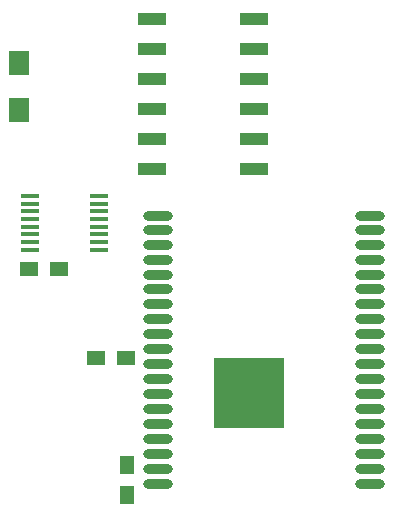
<source format=gbp>
G04 #@! TF.FileFunction,Paste,Bot*
%FSLAX46Y46*%
G04 Gerber Fmt 4.6, Leading zero omitted, Abs format (unit mm)*
G04 Created by KiCad (PCBNEW 4.0.6) date 10/19/17 05:59:14*
%MOMM*%
%LPD*%
G01*
G04 APERTURE LIST*
%ADD10C,0.100000*%
%ADD11O,2.500000X0.900000*%
%ADD12R,6.000000X6.000000*%
%ADD13R,1.250000X1.500000*%
%ADD14R,1.500000X1.250000*%
%ADD15R,1.700000X2.000000*%
%ADD16R,1.500000X0.450000*%
%ADD17R,2.440000X1.120000*%
G04 APERTURE END LIST*
D10*
D11*
X198734000Y-130726000D03*
X198734000Y-129456000D03*
X198734000Y-128186000D03*
X198734000Y-126916000D03*
X198734000Y-125646000D03*
X198734000Y-124376000D03*
X198734000Y-123106000D03*
X198734000Y-121836000D03*
X198734000Y-120566000D03*
X198734000Y-119296000D03*
X198734000Y-118026000D03*
X198734000Y-116756000D03*
X198734000Y-115486000D03*
X198734000Y-114216000D03*
X198734000Y-112976000D03*
X198734000Y-111726000D03*
X198734000Y-110476000D03*
X198734000Y-109226000D03*
X198734000Y-107976000D03*
X180734000Y-107976000D03*
X180734000Y-109226000D03*
X180734000Y-110476000D03*
X180734000Y-111726000D03*
X180734000Y-112976000D03*
X180734000Y-114216000D03*
X180734000Y-115486000D03*
X180734000Y-116756000D03*
X180734000Y-118026000D03*
X180734000Y-119296000D03*
X180734000Y-120566000D03*
X180734000Y-121836000D03*
X180734000Y-123106000D03*
X180734000Y-124376000D03*
X180734000Y-125646000D03*
X180734000Y-126916000D03*
X180734000Y-128186000D03*
X180734000Y-129456000D03*
X180734000Y-130726000D03*
D12*
X188434000Y-123026000D03*
D13*
X178117500Y-129115500D03*
X178117500Y-131615500D03*
D14*
X178034000Y-120015000D03*
X175534000Y-120015000D03*
X169882500Y-112458500D03*
X172382500Y-112458500D03*
D15*
X169037000Y-95028000D03*
X169037000Y-99028000D03*
D16*
X169897000Y-110860000D03*
X169897000Y-110210000D03*
X169897000Y-109560000D03*
X169897000Y-108910000D03*
X169897000Y-108260000D03*
X169897000Y-107610000D03*
X169897000Y-106960000D03*
X169897000Y-106310000D03*
X175797000Y-106310000D03*
X175797000Y-106960000D03*
X175797000Y-107610000D03*
X175797000Y-108260000D03*
X175797000Y-108910000D03*
X175797000Y-109560000D03*
X175797000Y-110210000D03*
X175797000Y-110860000D03*
D17*
X188899500Y-91313000D03*
X180289500Y-104013000D03*
X188899500Y-93853000D03*
X180289500Y-101473000D03*
X188899500Y-96393000D03*
X180289500Y-98933000D03*
X188899500Y-98933000D03*
X180289500Y-96393000D03*
X188899500Y-101473000D03*
X180289500Y-93853000D03*
X188899500Y-104013000D03*
X180289500Y-91313000D03*
M02*

</source>
